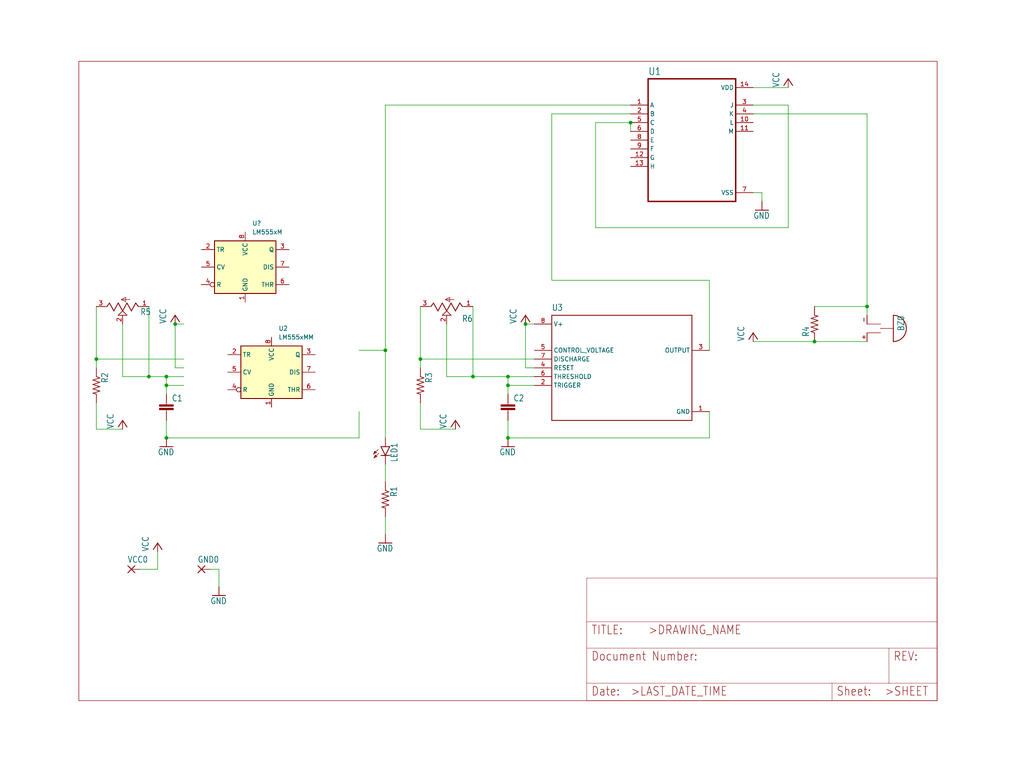
<source format=kicad_sch>
(kicad_sch (version 20211123) (generator eeschema)
  (paper "User" 297.002 223.571)
  (lib_symbols
    (symbol "Timer:LM555xM"
      (property "Reference" "U" (at -10.16 8.89 0))
      (property "Value" "LM555xM" (at 2.54 8.89 0))
      (symbol "LM555xM_0_0"
        (pin power_in line (at 0 -10.16 90) (length 2.54) (name "GND") (number "1"))
        (pin power_in line (at 0 10.16 270) (length 2.54) (name "VCC") (number "8"))
      )
      (symbol "LM555xM_0_1"
        (rectangle (start -8.89 -7.62) (end 8.89 7.62) (stroke (width 0.254)) (fill (type background)))
        (rectangle (start -8.89 -7.62) (end 8.89 7.62) (stroke (width 0.254)) (fill (type background)))
      )
      (symbol "LM555xM_1_1"
        (pin input line (at -12.7 5.08 0) (length 3.81) (name "TR") (number "2"))
        (pin output line (at 12.7 5.08 180) (length 3.81) (name "Q") (number "3"))
        (pin input inverted (at -12.7 -5.08 0) (length 3.81) (name "R") (number "4"))
        (pin input line (at -12.7 0 0) (length 3.81) (name "CV") (number "5"))
        (pin input line (at 12.7 -5.08 180) (length 3.81) (name "THR") (number "6"))
        (pin input line (at 12.7 0 180) (length 3.81) (name "DIS") (number "7"))
      )
    )
    (symbol "Timer:LM555xMM"
      (property "Reference" "U" (at -10.16 8.89 0))
      (property "Value" "LM555xMM" (at 2.54 8.89 0))
      (symbol "LM555xMM_0_0"
        (pin power_in line (at 0 -10.16 90) (length 2.54) (name "GND") (number "1"))
        (pin power_in line (at 0 10.16 270) (length 2.54) (name "VCC") (number "8"))
      )
      (symbol "LM555xMM_0_1"
        (rectangle (start -8.89 -7.62) (end 8.89 7.62) (stroke (width 0.254)) (fill (type background)))
        (rectangle (start -8.89 -7.62) (end 8.89 7.62) (stroke (width 0.254)) (fill (type background)))
      )
      (symbol "LM555xMM_1_1"
        (pin input line (at -12.7 5.08 0) (length 3.81) (name "TR") (number "2"))
        (pin output line (at 12.7 5.08 180) (length 3.81) (name "Q") (number "3"))
        (pin input inverted (at -12.7 -5.08 0) (length 3.81) (name "R") (number "4"))
        (pin input line (at -12.7 0 0) (length 3.81) (name "CV") (number "5"))
        (pin input line (at 12.7 -5.08 180) (length 3.81) (name "THR") (number "6"))
        (pin input line (at 12.7 0 180) (length 3.81) (name "DIS") (number "7"))
      )
    )
    (symbol "beeper-eagle-import:C2,5-3"
      (property "Reference" "C" (at 1.524 0.381 0))
      (property "Value" "C2,5-3" (at 1.524 -4.699 0))
      (symbol "C2,5-3_1_0"
        (rectangle (start -2.032 -2.032) (end 2.032 -1.524) (fill (type outline)))
        (rectangle (start -2.032 -1.016) (end 2.032 -0.508) (fill (type outline)))
        (polyline (pts (xy 0 -2.54) (xy 0 -2.032)) (stroke (width 0.1524)))
        (polyline (pts (xy 0 0) (xy 0 -0.508)) (stroke (width 0.1524)))
        (pin passive line (at 0 2.54 270) (length 2.54) (name "1") (number "1"))
        (pin passive line (at 0 -5.08 90) (length 2.54) (name "2") (number "2"))
      )
    )
    (symbol "beeper-eagle-import:CD4011BE"
      (property "Reference" "U" (at -12.7 18.78 0))
      (property "Value" "CD4011BE" (at -12.7 -21.78 0))
      (symbol "CD4011BE_1_0"
        (polyline (pts (xy -12.7 -17.78) (xy -12.7 17.78)) (stroke (width 0.41)))
        (polyline (pts (xy -12.7 17.78) (xy 12.7 17.78)) (stroke (width 0.41)))
        (polyline (pts (xy 12.7 -17.78) (xy -12.7 -17.78)) (stroke (width 0.41)))
        (polyline (pts (xy 12.7 17.78) (xy 12.7 -17.78)) (stroke (width 0.41)))
        (pin input line (at -17.78 10.16 0) (length 5.08) (name "A") (number "1"))
        (pin output line (at 17.78 5.08 180) (length 5.08) (name "L") (number "10"))
        (pin output line (at 17.78 2.54 180) (length 5.08) (name "M") (number "11"))
        (pin input line (at -17.78 -5.08 0) (length 5.08) (name "G") (number "12"))
        (pin input line (at -17.78 -7.62 0) (length 5.08) (name "H") (number "13"))
        (pin power_in line (at 17.78 15.24 180) (length 5.08) (name "VDD") (number "14"))
        (pin input line (at -17.78 7.62 0) (length 5.08) (name "B") (number "2"))
        (pin output line (at 17.78 10.16 180) (length 5.08) (name "J") (number "3"))
        (pin output line (at 17.78 7.62 180) (length 5.08) (name "K") (number "4"))
        (pin input line (at -17.78 5.08 0) (length 5.08) (name "C") (number "5"))
        (pin input line (at -17.78 2.54 0) (length 5.08) (name "D") (number "6"))
        (pin power_in line (at 17.78 -15.24 180) (length 5.08) (name "VSS") (number "7"))
        (pin input line (at -17.78 0 0) (length 5.08) (name "E") (number "8"))
        (pin input line (at -17.78 -2.54 0) (length 5.08) (name "F") (number "9"))
      )
    )
    (symbol "beeper-eagle-import:F{slash}QMBIII"
      (property "Reference" "SG" (at -2.54 6.35 0))
      (property "Value" "F{slash}QMBIII" (at 5.08 0 0))
      (symbol "F{slash}QMBIII_1_0"
        (polyline (pts (xy -2.54 5.08) (xy 1.27 5.08)) (stroke (width 0.254)))
        (polyline (pts (xy 0 -2.54) (xy 0 1.397)) (stroke (width 0.1524)))
        (polyline (pts (xy 1.27 1.27) (xy 1.27 5.08)) (stroke (width 0.1524)))
        (polyline (pts (xy 1.27 5.08) (xy 5.08 5.08)) (stroke (width 0.254)))
        (polyline (pts (xy 2.54 -2.54) (xy 2.54 1.397)) (stroke (width 0.1524)))
        (arc (start 5.08 5.08) (mid 1.27 8.89) (end -2.54 5.08) (stroke (width 0.254)))
        (pin passive line (at 5.08 -2.54 180) (length 2.54) (name "-") (number "+"))
        (pin passive line (at -2.54 -2.54 0) (length 2.54) (name "+") (number "-"))
      )
    )
    (symbol "beeper-eagle-import:GND" (power)
      (property "Value" "GND" (at -2.54 -2.54 0))
      (symbol "GND_1_0"
        (polyline (pts (xy -1.905 0) (xy 1.905 0)) (stroke (width 0.254)))
        (pin power_in line (at 0 2.54 270) (length 2.54) (name "GND") (number "1"))
      )
    )
    (symbol "beeper-eagle-import:LETTER_L"
      (symbol "LETTER_L_1_0"
        (polyline (pts (xy 0 0) (xy 248.92 0) (xy 248.92 185.42) (xy 0 185.42) (xy 0 0)))
      )
      (symbol "LETTER_L_2_0"
        (polyline (pts (xy 0 0) (xy 0 5.08)) (stroke (width 0.1016)))
        (polyline (pts (xy 0 0) (xy 71.12 0)) (stroke (width 0.1016)))
        (polyline (pts (xy 0 5.08) (xy 0 15.24)) (stroke (width 0.1016)))
        (polyline (pts (xy 0 5.08) (xy 71.12 5.08)) (stroke (width 0.1016)))
        (polyline (pts (xy 0 15.24) (xy 0 22.86)) (stroke (width 0.1016)))
        (polyline (pts (xy 0 22.86) (xy 0 35.56)) (stroke (width 0.1016)))
        (polyline (pts (xy 0 22.86) (xy 101.6 22.86)) (stroke (width 0.1016)))
        (polyline (pts (xy 71.12 0) (xy 101.6 0)) (stroke (width 0.1016)))
        (polyline (pts (xy 71.12 5.08) (xy 71.12 0)) (stroke (width 0.1016)))
        (polyline (pts (xy 71.12 5.08) (xy 87.63 5.08)) (stroke (width 0.1016)))
        (polyline (pts (xy 87.63 5.08) (xy 101.6 5.08)) (stroke (width 0.1016)))
        (polyline (pts (xy 87.63 15.24) (xy 0 15.24)) (stroke (width 0.1016)))
        (polyline (pts (xy 87.63 15.24) (xy 87.63 5.08)) (stroke (width 0.1016)))
        (polyline (pts (xy 101.6 5.08) (xy 101.6 0)) (stroke (width 0.1016)))
        (polyline (pts (xy 101.6 15.24) (xy 87.63 15.24)) (stroke (width 0.1016)))
        (polyline (pts (xy 101.6 15.24) (xy 101.6 5.08)) (stroke (width 0.1016)))
        (polyline (pts (xy 101.6 22.86) (xy 101.6 15.24)) (stroke (width 0.1016)))
        (polyline (pts (xy 101.6 35.56) (xy 0 35.56)) (stroke (width 0.1016)))
        (polyline (pts (xy 101.6 35.56) (xy 101.6 22.86)) (stroke (width 0.1016)))
        (text ">DRAWING_NAME" (at 17.78 19.05 0) (effects (font (size 2.54 2.159)) (justify left bottom)))
        (text ">LAST_DATE_TIME" (at 12.7 1.27 0) (effects (font (size 2.54 2.159)) (justify left bottom)))
        (text ">SHEET" (at 86.36 1.27 0) (effects (font (size 2.54 2.159)) (justify left bottom)))
        (text "Date:" (at 1.27 1.27 0) (effects (font (size 2.54 2.159)) (justify left bottom)))
        (text "Document Number:" (at 1.27 11.43 0) (effects (font (size 2.54 2.159)) (justify left bottom)))
        (text "REV:" (at 88.9 11.43 0) (effects (font (size 2.54 2.159)) (justify left bottom)))
        (text "Sheet:" (at 72.39 1.27 0) (effects (font (size 2.54 2.159)) (justify left bottom)))
        (text "TITLE:" (at 1.27 19.05 0) (effects (font (size 2.54 2.159)) (justify left bottom)))
      )
    )
    (symbol "beeper-eagle-import:LMC555CN"
      (property "Reference" "U" (at -20.32 16.51 0))
      (property "Value" "LMC555CN" (at -20.32 -16.51 0))
      (symbol "LMC555CN_1_0"
        (polyline (pts (xy -20.32 -15.24) (xy -20.32 15.24)) (stroke (width 0.254)))
        (polyline (pts (xy -20.32 15.24) (xy 20.32 15.24)) (stroke (width 0.254)))
        (polyline (pts (xy 20.32 -15.24) (xy -20.32 -15.24)) (stroke (width 0.254)))
        (polyline (pts (xy 20.32 15.24) (xy 20.32 -15.24)) (stroke (width 0.254)))
        (pin power_in line (at 25.4 -12.7 180) (length 5.08) (name "GND") (number "1"))
        (pin input line (at -25.4 -5.08 0) (length 5.08) (name "TRIGGER") (number "2"))
        (pin output line (at 25.4 5.08 180) (length 5.08) (name "OUTPUT") (number "3"))
        (pin input line (at -25.4 0 0) (length 5.08) (name "RESET") (number "4"))
        (pin input line (at -25.4 5.08 0) (length 5.08) (name "CONTROL_VOLTAGE") (number "5"))
        (pin input line (at -25.4 -2.54 0) (length 5.08) (name "THRESHOLD") (number "6"))
        (pin input line (at -25.4 2.54 0) (length 5.08) (name "DISCHARGE") (number "7"))
        (pin power_in line (at -25.4 12.7 0) (length 5.08) (name "V+") (number "8"))
      )
    )
    (symbol "beeper-eagle-import:PV12P105A01B00"
      (property "Reference" "R" (at -7.6302 10.1736 0))
      (property "Value" "PV12P105A01B00" (at -7.6244 -5.0829 0))
      (symbol "PV12P105A01B00_1_0"
        (polyline (pts (xy -4.572 0) (xy -5.08 0)) (stroke (width 0.1524)))
        (polyline (pts (xy -3.81 -1.016) (xy -4.572 0)) (stroke (width 0.254)))
        (polyline (pts (xy -2.54 1.27) (xy -3.81 -1.016)) (stroke (width 0.254)))
        (polyline (pts (xy -2.159 -2.032) (xy 0.381 -2.032)) (stroke (width 0.1524)))
        (polyline (pts (xy -1.27 -1.016) (xy -2.54 1.27)) (stroke (width 0.254)))
        (polyline (pts (xy -1.27 2.54) (xy 1.27 2.54)) (stroke (width 0.2032)))
        (polyline (pts (xy -0.889 -2.667) (xy -0.889 -1.397)) (stroke (width 0.1524)))
        (polyline (pts (xy -0.889 -1.397) (xy 0.381 -2.032)) (stroke (width 0.1524)))
        (polyline (pts (xy 0 1.27) (xy -1.27 -1.016)) (stroke (width 0.254)))
        (polyline (pts (xy 0 1.27) (xy -1.27 2.54)) (stroke (width 0.2032)))
        (polyline (pts (xy 0.381 -2.032) (xy -0.889 -2.667)) (stroke (width 0.1524)))
        (polyline (pts (xy 1.27 -1.016) (xy 0 1.27)) (stroke (width 0.254)))
        (polyline (pts (xy 1.27 2.54) (xy 0 1.27)) (stroke (width 0.2032)))
        (polyline (pts (xy 2.54 1.27) (xy 1.27 -1.016)) (stroke (width 0.254)))
        (polyline (pts (xy 3.81 -1.016) (xy 2.54 1.27)) (stroke (width 0.254)))
        (polyline (pts (xy 4.572 0) (xy 3.81 -1.016)) (stroke (width 0.254)))
        (polyline (pts (xy 5.08 0) (xy 4.572 0)) (stroke (width 0.1524)))
        (pin passive line (at -7.62 0 0) (length 2.54) (name "1") (number "1"))
        (pin passive line (at 0 5.08 270) (length 2.54) (name "2") (number "2"))
        (pin passive line (at 7.62 0 180) (length 2.54) (name "3") (number "3"))
      )
    )
    (symbol "beeper-eagle-import:R-US_0204{slash}7"
      (property "Reference" "R" (at -3.81 1.4986 0))
      (property "Value" "R-US_0204{slash}7" (at -3.81 -3.302 0))
      (symbol "R-US_0204{slash}7_1_0"
        (polyline (pts (xy -2.54 0) (xy -2.159 1.016)) (stroke (width 0.2032)))
        (polyline (pts (xy -2.159 1.016) (xy -1.524 -1.016)) (stroke (width 0.2032)))
        (polyline (pts (xy -1.524 -1.016) (xy -0.889 1.016)) (stroke (width 0.2032)))
        (polyline (pts (xy -0.889 1.016) (xy -0.254 -1.016)) (stroke (width 0.2032)))
        (polyline (pts (xy -0.254 -1.016) (xy 0.381 1.016)) (stroke (width 0.2032)))
        (polyline (pts (xy 0.381 1.016) (xy 1.016 -1.016)) (stroke (width 0.2032)))
        (polyline (pts (xy 1.016 -1.016) (xy 1.651 1.016)) (stroke (width 0.2032)))
        (polyline (pts (xy 1.651 1.016) (xy 2.286 -1.016)) (stroke (width 0.2032)))
        (polyline (pts (xy 2.286 -1.016) (xy 2.54 0)) (stroke (width 0.2032)))
        (pin passive line (at -5.08 0 0) (length 2.54) (name "1") (number "1"))
        (pin passive line (at 5.08 0 180) (length 2.54) (name "2") (number "2"))
      )
    )
    (symbol "beeper-eagle-import:SMD2"
      (property "Reference" "PAD" (at -1.143 1.8542 0))
      (property "Value" "SMD2" (at -1.143 -3.302 0))
      (symbol "SMD2_1_0"
        (polyline (pts (xy -1.016 -1.016) (xy 1.016 1.016)) (stroke (width 0.254)))
        (polyline (pts (xy -1.016 1.016) (xy 1.016 -1.016)) (stroke (width 0.254)))
        (pin passive line (at 2.54 0 180) (length 2.54) (name "P") (number "1"))
      )
    )
    (symbol "beeper-eagle-import:TLLR4400"
      (property "Reference" "LED" (at 3.556 -4.572 90))
      (property "Value" "TLLR4400" (at 5.715 -4.572 90))
      (symbol "TLLR4400_1_0"
        (polyline (pts (xy -2.032 -0.762) (xy -3.429 -2.159)) (stroke (width 0.1524)))
        (polyline (pts (xy -1.905 -1.905) (xy -3.302 -3.302)) (stroke (width 0.1524)))
        (polyline (pts (xy 0 -2.54) (xy -1.27 -2.54)) (stroke (width 0.254)))
        (polyline (pts (xy 0 -2.54) (xy -1.27 0)) (stroke (width 0.254)))
        (polyline (pts (xy 0 0) (xy -1.27 0)) (stroke (width 0.254)))
        (polyline (pts (xy 1.27 -2.54) (xy 0 -2.54)) (stroke (width 0.254)))
        (polyline (pts (xy 1.27 0) (xy 0 -2.54)) (stroke (width 0.254)))
        (polyline (pts (xy 1.27 0) (xy 0 0)) (stroke (width 0.254)))
        (polyline (pts (xy -3.429 -2.159) (xy -3.048 -1.27) (xy -2.54 -1.778)) (fill (type outline)))
        (polyline (pts (xy -3.302 -3.302) (xy -2.921 -2.413) (xy -2.413 -2.921)) (fill (type outline)))
        (pin passive line (at 0 2.54 270) (length 2.54) (name "A") (number "A"))
        (pin passive line (at 0 -5.08 90) (length 2.54) (name "C") (number "K"))
      )
    )
    (symbol "beeper-eagle-import:VCC" (power)
      (property "Value" "VCC" (at -2.54 -2.54 90))
      (symbol "VCC_1_0"
        (polyline (pts (xy 0 0) (xy -1.27 -1.905)) (stroke (width 0.254)))
        (polyline (pts (xy 1.27 -1.905) (xy 0 0)) (stroke (width 0.254)))
        (pin power_in line (at 0 -2.54 90) (length 2.54) (name "VCC") (number "1"))
      )
    )
  )
  (junction (at 137.16 109.22))
  (junction (at 48.26 127))
  (junction (at 27.94 104.14))
  (junction (at 251.46 88.9))
  (junction (at 152.4 93.98))
  (junction (at 48.26 111.76))
  (junction (at 121.92 104.14))
  (junction (at 147.32 127))
  (junction (at 147.32 109.22))
  (junction (at 50.8 93.98))
  (junction (at 182.88 35.56))
  (junction (at 111.76 101.6))
  (junction (at 147.32 111.76))
  (junction (at 236.22 99.06))
  (junction (at 48.26 109.22))
  (junction (at 43.18 109.22))
  (wire (pts (xy 172.72 66.04) (xy 172.72 35.56)))
  (wire (pts (xy 111.76 30.48) (xy 182.88 30.48)))
  (wire (pts (xy 228.6 30.48) (xy 228.6 66.04)))
  (wire (pts (xy 50.8 93.98) (xy 50.8 106.68)))
  (wire (pts (xy 121.92 124.46) (xy 132.08 124.46)))
  (wire (pts (xy 121.92 106.68) (xy 121.92 104.14)))
  (wire (pts (xy 218.44 55.88) (xy 220.98 55.88)))
  (wire (pts (xy 172.72 35.56) (xy 182.88 35.56)))
  (wire (pts (xy 137.16 109.22) (xy 147.32 109.22)))
  (wire (pts (xy 48.26 111.76) (xy 48.26 109.22)))
  (wire (pts (xy 121.92 88.9) (xy 121.92 104.14)))
  (wire (pts (xy 43.18 109.22) (xy 48.26 109.22)))
  (wire (pts (xy 104.14 119.38) (xy 104.14 127)))
  (wire (pts (xy 111.76 134.62) (xy 111.76 139.7)))
  (wire (pts (xy 220.98 55.88) (xy 220.98 58.42)))
  (wire (pts (xy 27.94 104.14) (xy 27.94 106.68)))
  (wire (pts (xy 160.02 81.28) (xy 160.02 33.02)))
  (wire (pts (xy 129.54 109.22) (xy 137.16 109.22)))
  (wire (pts (xy 111.76 101.6) (xy 111.76 127)))
  (wire (pts (xy 27.94 88.9) (xy 27.94 104.14)))
  (wire (pts (xy 236.22 99.06) (xy 251.46 99.06)))
  (wire (pts (xy 205.74 81.28) (xy 160.02 81.28)))
  (wire (pts (xy 228.6 66.04) (xy 172.72 66.04)))
  (wire (pts (xy 27.94 124.46) (xy 35.56 124.46)))
  (wire (pts (xy 182.88 35.56) (xy 182.88 38.1)))
  (wire (pts (xy 218.44 30.48) (xy 228.6 30.48)))
  (wire (pts (xy 160.02 33.02) (xy 182.88 33.02)))
  (wire (pts (xy 104.14 127) (xy 48.26 127)))
  (wire (pts (xy 27.94 104.14) (xy 53.34 104.14)))
  (wire (pts (xy 152.4 106.68) (xy 154.94 106.68)))
  (wire (pts (xy 147.32 109.22) (xy 154.94 109.22)))
  (wire (pts (xy 60.96 165.1) (xy 63.5 165.1)))
  (wire (pts (xy 205.74 101.6) (xy 205.74 81.28)))
  (wire (pts (xy 147.32 111.76) (xy 147.32 114.3)))
  (wire (pts (xy 35.56 109.22) (xy 43.18 109.22)))
  (wire (pts (xy 50.8 93.98) (xy 53.34 93.98)))
  (wire (pts (xy 35.56 93.98) (xy 35.56 109.22)))
  (wire (pts (xy 129.54 93.98) (xy 129.54 109.22)))
  (wire (pts (xy 48.26 111.76) (xy 53.34 111.76)))
  (wire (pts (xy 27.94 116.84) (xy 27.94 124.46)))
  (wire (pts (xy 205.74 127) (xy 147.32 127)))
  (wire (pts (xy 152.4 93.98) (xy 154.94 93.98)))
  (wire (pts (xy 48.26 114.3) (xy 48.26 111.76)))
  (wire (pts (xy 43.18 88.9) (xy 43.18 109.22)))
  (wire (pts (xy 251.46 88.9) (xy 251.46 91.44)))
  (wire (pts (xy 111.76 149.86) (xy 111.76 154.94)))
  (wire (pts (xy 40.64 165.1) (xy 45.72 165.1)))
  (wire (pts (xy 48.26 109.22) (xy 53.34 109.22)))
  (wire (pts (xy 63.5 165.1) (xy 63.5 170.18)))
  (wire (pts (xy 121.92 104.14) (xy 154.94 104.14)))
  (wire (pts (xy 251.46 33.02) (xy 251.46 88.9)))
  (wire (pts (xy 104.14 101.6) (xy 111.76 101.6)))
  (wire (pts (xy 154.94 111.76) (xy 147.32 111.76)))
  (wire (pts (xy 218.44 33.02) (xy 251.46 33.02)))
  (wire (pts (xy 152.4 93.98) (xy 152.4 106.68)))
  (wire (pts (xy 251.46 88.9) (xy 236.22 88.9)))
  (wire (pts (xy 45.72 165.1) (xy 45.72 160.02)))
  (wire (pts (xy 218.44 25.4) (xy 228.6 25.4)))
  (wire (pts (xy 111.76 101.6) (xy 111.76 30.48)))
  (wire (pts (xy 218.44 99.06) (xy 236.22 99.06)))
  (wire (pts (xy 137.16 88.9) (xy 137.16 109.22)))
  (wire (pts (xy 147.32 111.76) (xy 147.32 109.22)))
  (wire (pts (xy 50.8 106.68) (xy 53.34 106.68)))
  (wire (pts (xy 121.92 116.84) (xy 121.92 124.46)))
  (wire (pts (xy 147.32 121.92) (xy 147.32 127)))
  (wire (pts (xy 205.74 119.38) (xy 205.74 127)))
  (wire (pts (xy 48.26 121.92) (xy 48.26 127)))
  (symbol (lib_id "beeper-eagle-import:PV12P105A01B00") (at 35.56 88.9 180) (unit 1)
    (property "Reference" "R5" (at 40.6297 91.4264 0) (effects (font (size 1.7803 1.5132)) (justify right top)))
    (property "Value" "SPEED" (at 43.1844 83.8171 0) (effects (font (size 1.779 1.5121)) (justify left bottom)))
    (property "Footprint" "beeper:TO250P760H635-3_PV12P105A01B00" (effects hide))
    (property "Value" "SPEED" (effects hide))
  )
  (symbol (lib_id "beeper-eagle-import:GND") (at 220.98 60.96 0) (unit 1)
    (property "Reference" "#GND01" (effects hide))
    (property "Value" "GND" (at 218.44 63.5 0) (effects (font (size 1.778 1.5113)) (justify left bottom)))
    (property "Footprint" "beeper:" (effects hide))
  )
  (symbol (lib_id "beeper-eagle-import:GND") (at 63.5 172.72 0) (unit 1)
    (property "Reference" "#GND05" (effects hide))
    (property "Value" "GND" (at 60.96 175.26 0) (effects (font (size 1.778 1.5113)) (justify left bottom)))
    (property "Footprint" "beeper:" (effects hide))
  )
  (symbol (lib_id "Timer:LM555xM") (at 71.12 77.47 0) (unit 1)
    (property "Reference" "U?" (at 73.1394 64.77 0) (effects (justify left)))
    (property "Value" "LM555xM" (at 73.1394 67.31 0) (effects (justify left)))
    (property "Footprint" "Package_SO:SOIC-8_3.9x4.9mm_P1.27mm" (effects hide))
    (property "Datasheet" "http://www.ti.com/lit/ds/symlink/lm555.pdf" (effects hide))
  )
  (symbol (lib_id "beeper-eagle-import:GND") (at 147.32 129.54 0) (unit 1)
    (property "Reference" "#GND02" (effects hide))
    (property "Value" "GND" (at 144.78 132.08 0) (effects (font (size 1.778 1.5113)) (justify left bottom)))
    (property "Footprint" "beeper:" (effects hide))
  )
  (symbol (lib_id "beeper-eagle-import:VCC") (at 45.72 157.48 0) (unit 1)
    (property "Reference" "#P+7" (effects hide))
    (property "Value" "VCC" (at 43.18 160.02 90) (effects (font (size 1.778 1.5113)) (justify left bottom)))
    (property "Footprint" "beeper:" (effects hide))
  )
  (symbol (lib_id "beeper-eagle-import:R-US_0204{slash}7") (at 236.22 93.98 90) (unit 1)
    (property "Reference" "R4" (at 234.7214 97.79 0) (effects (font (size 1.778 1.5113)) (justify left bottom)))
    (property "Value" "1K" (at 239.522 97.79 0) (effects (font (size 1.778 1.5113)) (justify left bottom)))
    (property "Footprint" "beeper:0204_7" (effects hide))
    (property "Value" "1K" (effects hide))
  )
  (symbol (lib_id "beeper-eagle-import:TLLR4400") (at 111.76 129.54 0) (unit 1)
    (property "Reference" "LED1" (at 115.316 134.112 90) (effects (font (size 1.778 1.5113)) (justify left bottom)))
    (property "Value" "RED" (at 117.475 134.112 90) (effects (font (size 1.778 1.5113)) (justify left bottom)))
    (property "Footprint" "beeper:LED3MM" (effects hide))
    (property "Value" "RED" (effects hide))
  )
  (symbol (lib_id "beeper-eagle-import:R-US_0204{slash}7") (at 111.76 144.78 270) (unit 1)
    (property "Reference" "R1" (at 113.2586 140.97 0) (effects (font (size 1.778 1.5113)) (justify left bottom)))
    (property "Value" "220" (at 108.458 140.97 0) (effects (font (size 1.778 1.5113)) (justify left bottom)))
    (property "Footprint" "beeper:0204_7" (effects hide))
    (property "Value" "220" (effects hide))
  )
  (symbol (lib_id "beeper-eagle-import:R-US_0204{slash}7") (at 27.94 111.76 270) (unit 1)
    (property "Reference" "R2" (at 29.4386 107.95 0) (effects (font (size 1.778 1.5113)) (justify left bottom)))
    (property "Value" "1K" (at 24.638 107.95 0) (effects (font (size 1.778 1.5113)) (justify left bottom)))
    (property "Footprint" "beeper:0204_7" (effects hide))
    (property "Value" "1K" (effects hide))
  )
  (symbol (lib_id "beeper-eagle-import:LETTER_L") (at 170.18 203.2 0) (unit 2)
    (property "Reference" "#FRAME1" (effects hide))
    (property "Value" "LETTER_L" (effects hide))
    (property "Footprint" "beeper:" (effects hide))
  )
  (symbol (lib_id "beeper-eagle-import:VCC") (at 218.44 96.52 0) (unit 1)
    (property "Reference" "#P+04" (effects hide))
    (property "Value" "VCC" (at 215.9 99.06 90) (effects (font (size 1.778 1.5113)) (justify left bottom)))
    (property "Footprint" "beeper:" (effects hide))
  )
  (symbol (lib_id "beeper-eagle-import:GND") (at 111.76 157.48 0) (unit 1)
    (property "Reference" "#GND04" (effects hide))
    (property "Value" "GND" (at 109.22 160.02 0) (effects (font (size 1.778 1.5113)) (justify left bottom)))
    (property "Footprint" "beeper:" (effects hide))
  )
  (symbol (lib_id "beeper-eagle-import:LMC555CN") (at 180.34 106.68 0) (unit 1)
    (property "Reference" "U3" (at 160.02 90.17 0) (effects (font (size 1.778 1.5113)) (justify left bottom)))
    (property "Value" "LMC555CN" (at 160.02 123.19 0) (effects (font (size 1.778 1.5113)) (justify left top)))
    (property "Footprint" "beeper:DIP794W45P254L959H508Q8" (effects hide))
    (property "Value" "LMC555CN" (effects hide))
  )
  (symbol (lib_id "beeper-eagle-import:GND") (at 48.26 129.54 0) (unit 1)
    (property "Reference" "#GND03" (effects hide))
    (property "Value" "GND" (at 45.72 132.08 0) (effects (font (size 1.778 1.5113)) (justify left bottom)))
    (property "Footprint" "beeper:" (effects hide))
  )
  (symbol (lib_id "beeper-eagle-import:F{slash}QMBIII") (at 254 93.98 270) (unit 1)
    (property "Reference" "BZ0" (at 260.35 91.44 0) (effects (font (size 1.778 1.5113)) (justify left bottom)))
    (property "Value" "F{slash}QMBIII" (effects hide))
    (property "Footprint" "beeper:F_QMBIII" (effects hide))
    (property "Value" "F{slash}QMBIII" (effects hide))
  )
  (symbol (lib_id "beeper-eagle-import:VCC") (at 35.56 121.92 0) (unit 1)
    (property "Reference" "#P+03" (effects hide))
    (property "Value" "VCC" (at 33.02 124.46 90) (effects (font (size 1.778 1.5113)) (justify left bottom)))
    (property "Footprint" "beeper:" (effects hide))
  )
  (symbol (lib_id "beeper-eagle-import:VCC") (at 50.8 91.44 0) (unit 1)
    (property "Reference" "#P+05" (effects hide))
    (property "Value" "VCC" (at 48.26 93.98 90) (effects (font (size 1.778 1.5113)) (justify left bottom)))
    (property "Footprint" "beeper:" (effects hide))
  )
  (symbol (lib_id "beeper-eagle-import:CD4011BE") (at 200.66 40.64 0) (unit 1)
    (property "Reference" "U1" (at 187.96 21.86 0) (effects (font (size 2.0828 1.7703)) (justify left bottom)))
    (property "Value" "CD4011BE" (at 187.96 62.42 0) (effects (font (size 2.0828 1.7703)) (justify left bottom)))
    (property "Footprint" "beeper:DIP794W45P254L1969H508Q14" (effects hide))
    (property "Value" "CD4011BE" (effects hide))
  )
  (symbol (lib_id "beeper-eagle-import:SMD2") (at 58.42 165.1 0) (unit 1)
    (property "Reference" "GND0" (at 57.277 163.2458 0) (effects (font (size 1.778 1.5113)) (justify left bottom)))
    (property "Value" "SMD2" (at 57.277 168.402 0) (effects (font (size 1.778 1.5113)) (justify left bottom)))
    (property "Footprint" "beeper:SMD1,27-2,54" (effects hide))
    (property "Value" "SMD2" (effects hide))
  )
  (symbol (lib_id "Timer:LM555xMM") (at 78.74 107.95 0) (unit 1)
    (property "Reference" "U2" (at 80.7594 95.25 0) (effects (justify left)))
    (property "Value" "LM555xMM" (at 80.7594 97.79 0) (effects (justify left)))
    (property "Footprint" "Package_SO:VSSOP-8_3.0x3.0mm_P0.65mm" (effects hide))
    (property "Datasheet" "http://www.ti.com/lit/ds/symlink/lm555.pdf" (effects hide))
  )
  (symbol (lib_id "beeper-eagle-import:C2,5-3") (at 147.32 116.84 0) (unit 1)
    (property "Reference" "C2" (at 148.844 116.459 0) (effects (font (size 1.778 1.5113)) (justify left bottom)))
    (property "Value" "1.82nF" (at 148.844 121.539 0) (effects (font (size 1.778 1.5113)) (justify left bottom)))
    (property "Footprint" "beeper:C2.5-3" (effects hide))
    (property "Value" "1.82nF" (effects hide))
  )
  (symbol (lib_id "beeper-eagle-import:SMD2") (at 38.1 165.1 0) (unit 1)
    (property "Reference" "VCC0" (at 36.957 163.2458 0) (effects (font (size 1.778 1.5113)) (justify left bottom)))
    (property "Value" "SMD2" (at 36.957 168.402 0) (effects (font (size 1.778 1.5113)) (justify left bottom)))
    (property "Footprint" "beeper:SMD1,27-2,54" (effects hide))
    (property "Value" "SMD2" (effects hide))
  )
  (symbol (lib_id "beeper-eagle-import:LETTER_L") (at 22.86 203.2 0) (unit 1)
    (property "Reference" "#FRAME1" (effects hide))
    (property "Value" "LETTER_L" (effects hide))
    (property "Footprint" "beeper:" (effects hide))
  )
  (symbol (lib_id "beeper-eagle-import:VCC") (at 228.6 22.86 0) (unit 1)
    (property "Reference" "#P+01" (effects hide))
    (property "Value" "VCC" (at 226.06 25.4 90) (effects (font (size 1.778 1.5113)) (justify left bottom)))
    (property "Footprint" "beeper:" (effects hide))
  )
  (symbol (lib_id "beeper-eagle-import:R-US_0204{slash}7") (at 121.92 111.76 270) (unit 1)
    (property "Reference" "R3" (at 123.4186 107.95 0) (effects (font (size 1.778 1.5113)) (justify left bottom)))
    (property "Value" "1K" (at 118.618 107.95 0) (effects (font (size 1.778 1.5113)) (justify left bottom)))
    (property "Footprint" "beeper:0204_7" (effects hide))
    (property "Value" "1K" (effects hide))
  )
  (symbol (lib_id "beeper-eagle-import:C2,5-3") (at 48.26 116.84 0) (unit 1)
    (property "Reference" "C1" (at 49.784 116.459 0) (effects (font (size 1.778 1.5113)) (justify left bottom)))
    (property "Value" "1.44uF" (at 49.784 121.539 0) (effects (font (size 1.778 1.5113)) (justify left bottom)))
    (property "Footprint" "beeper:C2.5-3" (effects hide))
    (property "Value" "1.44uF" (effects hide))
  )
  (symbol (lib_id "beeper-eagle-import:PV12P105A01B00") (at 129.54 88.9 180) (unit 1)
    (property "Reference" "R6" (at 137.1702 91.4536 0) (effects (font (size 1.7803 1.5132)) (justify left bottom)))
    (property "Value" "TONE" (at 137.1644 83.8171 0) (effects (font (size 1.779 1.5121)) (justify left bottom)))
    (property "Footprint" "beeper:TO250P760H635-3_PV12P105A01B00" (effects hide))
    (property "Value" "TONE" (effects hide))
  )
  (symbol (lib_id "beeper-eagle-import:VCC") (at 132.08 121.92 0) (unit 1)
    (property "Reference" "#P+06" (effects hide))
    (property "Value" "VCC" (at 129.54 124.46 90) (effects (font (size 1.778 1.5113)) (justify left bottom)))
    (property "Footprint" "beeper:" (effects hide))
  )
  (symbol (lib_id "beeper-eagle-import:VCC") (at 152.4 91.44 0) (unit 1)
    (property "Reference" "#P+02" (effects hide))
    (property "Value" "VCC" (at 149.86 93.98 90) (effects (font (size 1.778 1.5113)) (justify left bottom)))
    (property "Footprint" "beeper:" (effects hide))
  )
)
</source>
